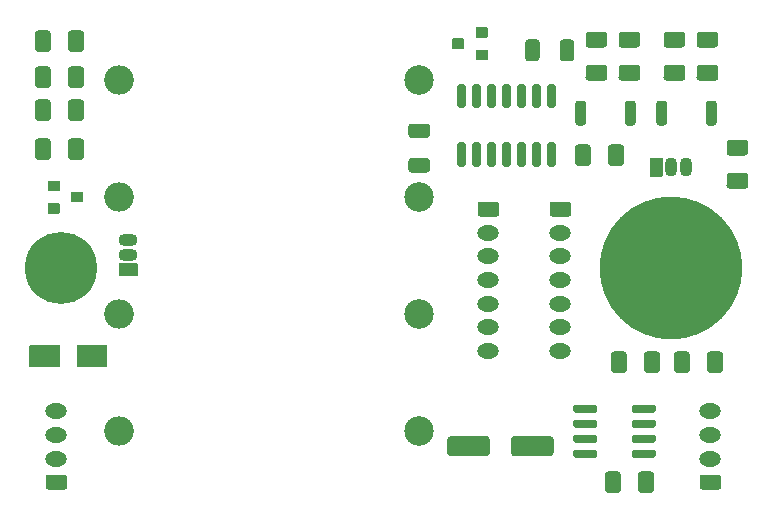
<source format=gbr>
%TF.GenerationSoftware,KiCad,Pcbnew,(5.1.9)-1*%
%TF.CreationDate,2021-03-01T17:33:48+01:00*%
%TF.ProjectId,mod_cell_0_02,6d6f645f-6365-46c6-9c5f-305f30322e6b,0.02*%
%TF.SameCoordinates,Original*%
%TF.FileFunction,Soldermask,Top*%
%TF.FilePolarity,Negative*%
%FSLAX46Y46*%
G04 Gerber Fmt 4.6, Leading zero omitted, Abs format (unit mm)*
G04 Created by KiCad (PCBNEW (5.1.9)-1) date 2021-03-01 17:33:48*
%MOMM*%
%LPD*%
G01*
G04 APERTURE LIST*
%ADD10C,2.500000*%
%ADD11O,2.500000X2.500000*%
%ADD12C,0.900000*%
%ADD13C,12.100000*%
%ADD14C,6.100000*%
%ADD15O,1.850000X1.300000*%
%ADD16O,1.100000X1.600000*%
%ADD17O,1.600000X1.100000*%
G04 APERTURE END LIST*
D10*
%TO.C,R12*%
X152146000Y-102100380D03*
D11*
X126746000Y-102100380D03*
%TD*%
%TO.C,R6*%
G36*
G01*
X162320000Y-79117221D02*
X162320000Y-80422779D01*
G75*
G02*
X162047779Y-80695000I-272221J0D01*
G01*
X161367221Y-80695000D01*
G75*
G02*
X161095000Y-80422779I0J272221D01*
G01*
X161095000Y-79117221D01*
G75*
G02*
X161367221Y-78845000I272221J0D01*
G01*
X162047779Y-78845000D01*
G75*
G02*
X162320000Y-79117221I0J-272221D01*
G01*
G37*
G36*
G01*
X165245000Y-79117221D02*
X165245000Y-80422779D01*
G75*
G02*
X164972779Y-80695000I-272221J0D01*
G01*
X164292221Y-80695000D01*
G75*
G02*
X164020000Y-80422779I0J272221D01*
G01*
X164020000Y-79117221D01*
G75*
G02*
X164292221Y-78845000I272221J0D01*
G01*
X164972779Y-78845000D01*
G75*
G02*
X165245000Y-79117221I0J-272221D01*
G01*
G37*
%TD*%
%TO.C,R5*%
G36*
G01*
X152782779Y-87190000D02*
X151477221Y-87190000D01*
G75*
G02*
X151205000Y-86917779I0J272221D01*
G01*
X151205000Y-86237221D01*
G75*
G02*
X151477221Y-85965000I272221J0D01*
G01*
X152782779Y-85965000D01*
G75*
G02*
X153055000Y-86237221I0J-272221D01*
G01*
X153055000Y-86917779D01*
G75*
G02*
X152782779Y-87190000I-272221J0D01*
G01*
G37*
G36*
G01*
X152782779Y-90115000D02*
X151477221Y-90115000D01*
G75*
G02*
X151205000Y-89842779I0J272221D01*
G01*
X151205000Y-89162221D01*
G75*
G02*
X151477221Y-88890000I272221J0D01*
G01*
X152782779Y-88890000D01*
G75*
G02*
X153055000Y-89162221I0J-272221D01*
G01*
X153055000Y-89842779D01*
G75*
G02*
X152782779Y-90115000I-272221J0D01*
G01*
G37*
%TD*%
%TO.C,Q2*%
G36*
G01*
X155920000Y-78810000D02*
X155920000Y-79610000D01*
G75*
G02*
X155870000Y-79660000I-50000J0D01*
G01*
X154970000Y-79660000D01*
G75*
G02*
X154920000Y-79610000I0J50000D01*
G01*
X154920000Y-78810000D01*
G75*
G02*
X154970000Y-78760000I50000J0D01*
G01*
X155870000Y-78760000D01*
G75*
G02*
X155920000Y-78810000I0J-50000D01*
G01*
G37*
G36*
G01*
X157920000Y-77860000D02*
X157920000Y-78660000D01*
G75*
G02*
X157870000Y-78710000I-50000J0D01*
G01*
X156970000Y-78710000D01*
G75*
G02*
X156920000Y-78660000I0J50000D01*
G01*
X156920000Y-77860000D01*
G75*
G02*
X156970000Y-77810000I50000J0D01*
G01*
X157870000Y-77810000D01*
G75*
G02*
X157920000Y-77860000I0J-50000D01*
G01*
G37*
G36*
G01*
X157920000Y-79760000D02*
X157920000Y-80560000D01*
G75*
G02*
X157870000Y-80610000I-50000J0D01*
G01*
X156970000Y-80610000D01*
G75*
G02*
X156920000Y-80560000I0J50000D01*
G01*
X156920000Y-79760000D01*
G75*
G02*
X156970000Y-79710000I50000J0D01*
G01*
X157870000Y-79710000D01*
G75*
G02*
X157920000Y-79760000I0J-50000D01*
G01*
G37*
%TD*%
%TO.C,Q1*%
G36*
G01*
X122674000Y-92602000D02*
X122674000Y-91802000D01*
G75*
G02*
X122724000Y-91752000I50000J0D01*
G01*
X123624000Y-91752000D01*
G75*
G02*
X123674000Y-91802000I0J-50000D01*
G01*
X123674000Y-92602000D01*
G75*
G02*
X123624000Y-92652000I-50000J0D01*
G01*
X122724000Y-92652000D01*
G75*
G02*
X122674000Y-92602000I0J50000D01*
G01*
G37*
G36*
G01*
X120674000Y-93552000D02*
X120674000Y-92752000D01*
G75*
G02*
X120724000Y-92702000I50000J0D01*
G01*
X121624000Y-92702000D01*
G75*
G02*
X121674000Y-92752000I0J-50000D01*
G01*
X121674000Y-93552000D01*
G75*
G02*
X121624000Y-93602000I-50000J0D01*
G01*
X120724000Y-93602000D01*
G75*
G02*
X120674000Y-93552000I0J50000D01*
G01*
G37*
G36*
G01*
X120674000Y-91652000D02*
X120674000Y-90852000D01*
G75*
G02*
X120724000Y-90802000I50000J0D01*
G01*
X121624000Y-90802000D01*
G75*
G02*
X121674000Y-90852000I0J-50000D01*
G01*
X121674000Y-91652000D01*
G75*
G02*
X121624000Y-91702000I-50000J0D01*
G01*
X120724000Y-91702000D01*
G75*
G02*
X120674000Y-91652000I0J50000D01*
G01*
G37*
%TD*%
D12*
%TO.C,J3*%
X176482000Y-95450000D03*
X170232000Y-95450000D03*
X170232000Y-100700000D03*
X177232000Y-94700000D03*
X169482000Y-101450000D03*
X169482000Y-94700000D03*
X177232000Y-101450000D03*
X176482000Y-100700000D03*
X169482000Y-98200000D03*
X173482000Y-93200000D03*
X173482000Y-94200000D03*
X173482000Y-103200000D03*
X173482000Y-102200000D03*
X178482000Y-98200000D03*
X177482000Y-98200000D03*
X168482000Y-98200000D03*
D13*
X173482000Y-98200000D03*
%TD*%
D14*
%TO.C,J6*%
X121787920Y-98200000D03*
%TD*%
%TO.C,C2*%
G36*
G01*
X154504000Y-113868375D02*
X154504000Y-112699625D01*
G75*
G02*
X154769625Y-112434000I265625J0D01*
G01*
X157838375Y-112434000D01*
G75*
G02*
X158104000Y-112699625I0J-265625D01*
G01*
X158104000Y-113868375D01*
G75*
G02*
X157838375Y-114134000I-265625J0D01*
G01*
X154769625Y-114134000D01*
G75*
G02*
X154504000Y-113868375I0J265625D01*
G01*
G37*
G36*
G01*
X159904000Y-113868375D02*
X159904000Y-112699625D01*
G75*
G02*
X160169625Y-112434000I265625J0D01*
G01*
X163238375Y-112434000D01*
G75*
G02*
X163504000Y-112699625I0J-265625D01*
G01*
X163504000Y-113868375D01*
G75*
G02*
X163238375Y-114134000I-265625J0D01*
G01*
X160169625Y-114134000D01*
G75*
G02*
X159904000Y-113868375I0J265625D01*
G01*
G37*
%TD*%
%TO.C,J5*%
G36*
G01*
X157333832Y-92568000D02*
X158642168Y-92568000D01*
G75*
G02*
X158913000Y-92838832I0J-270832D01*
G01*
X158913000Y-93597168D01*
G75*
G02*
X158642168Y-93868000I-270832J0D01*
G01*
X157333832Y-93868000D01*
G75*
G02*
X157063000Y-93597168I0J270832D01*
G01*
X157063000Y-92838832D01*
G75*
G02*
X157333832Y-92568000I270832J0D01*
G01*
G37*
D15*
X157988000Y-95218000D03*
X157988000Y-97218000D03*
X157988000Y-99218000D03*
X157988000Y-101218000D03*
X157988000Y-103218000D03*
X157988000Y-105218000D03*
%TD*%
%TO.C,J2*%
X176784000Y-110332000D03*
X176784000Y-112332000D03*
X176784000Y-114332000D03*
G36*
G01*
X177438168Y-116982000D02*
X176129832Y-116982000D01*
G75*
G02*
X175859000Y-116711168I0J270832D01*
G01*
X175859000Y-115952832D01*
G75*
G02*
X176129832Y-115682000I270832J0D01*
G01*
X177438168Y-115682000D01*
G75*
G02*
X177709000Y-115952832I0J-270832D01*
G01*
X177709000Y-116711168D01*
G75*
G02*
X177438168Y-116982000I-270832J0D01*
G01*
G37*
%TD*%
%TO.C,J1*%
X121412000Y-110332000D03*
X121412000Y-112332000D03*
X121412000Y-114332000D03*
G36*
G01*
X122066168Y-116982000D02*
X120757832Y-116982000D01*
G75*
G02*
X120487000Y-116711168I0J270832D01*
G01*
X120487000Y-115952832D01*
G75*
G02*
X120757832Y-115682000I270832J0D01*
G01*
X122066168Y-115682000D01*
G75*
G02*
X122337000Y-115952832I0J-270832D01*
G01*
X122337000Y-116711168D01*
G75*
G02*
X122066168Y-116982000I-270832J0D01*
G01*
G37*
%TD*%
%TO.C,C1*%
G36*
G01*
X167851000Y-116987000D02*
X167851000Y-115677000D01*
G75*
G02*
X168121000Y-115407000I270000J0D01*
G01*
X168931000Y-115407000D01*
G75*
G02*
X169201000Y-115677000I0J-270000D01*
G01*
X169201000Y-116987000D01*
G75*
G02*
X168931000Y-117257000I-270000J0D01*
G01*
X168121000Y-117257000D01*
G75*
G02*
X167851000Y-116987000I0J270000D01*
G01*
G37*
G36*
G01*
X170651000Y-116987000D02*
X170651000Y-115677000D01*
G75*
G02*
X170921000Y-115407000I270000J0D01*
G01*
X171731000Y-115407000D01*
G75*
G02*
X172001000Y-115677000I0J-270000D01*
G01*
X172001000Y-116987000D01*
G75*
G02*
X171731000Y-117257000I-270000J0D01*
G01*
X170921000Y-117257000D01*
G75*
G02*
X170651000Y-116987000I0J270000D01*
G01*
G37*
%TD*%
%TO.C,C3*%
G36*
G01*
X168111000Y-89301000D02*
X168111000Y-87991000D01*
G75*
G02*
X168381000Y-87721000I270000J0D01*
G01*
X169191000Y-87721000D01*
G75*
G02*
X169461000Y-87991000I0J-270000D01*
G01*
X169461000Y-89301000D01*
G75*
G02*
X169191000Y-89571000I-270000J0D01*
G01*
X168381000Y-89571000D01*
G75*
G02*
X168111000Y-89301000I0J270000D01*
G01*
G37*
G36*
G01*
X165311000Y-89301000D02*
X165311000Y-87991000D01*
G75*
G02*
X165581000Y-87721000I270000J0D01*
G01*
X166391000Y-87721000D01*
G75*
G02*
X166661000Y-87991000I0J-270000D01*
G01*
X166661000Y-89301000D01*
G75*
G02*
X166391000Y-89571000I-270000J0D01*
G01*
X165581000Y-89571000D01*
G75*
G02*
X165311000Y-89301000I0J270000D01*
G01*
G37*
%TD*%
%TO.C,D1*%
G36*
G01*
X170581000Y-82339000D02*
X169271000Y-82339000D01*
G75*
G02*
X169001000Y-82069000I0J270000D01*
G01*
X169001000Y-81259000D01*
G75*
G02*
X169271000Y-80989000I270000J0D01*
G01*
X170581000Y-80989000D01*
G75*
G02*
X170851000Y-81259000I0J-270000D01*
G01*
X170851000Y-82069000D01*
G75*
G02*
X170581000Y-82339000I-270000J0D01*
G01*
G37*
G36*
G01*
X170581000Y-79539000D02*
X169271000Y-79539000D01*
G75*
G02*
X169001000Y-79269000I0J270000D01*
G01*
X169001000Y-78459000D01*
G75*
G02*
X169271000Y-78189000I270000J0D01*
G01*
X170581000Y-78189000D01*
G75*
G02*
X170851000Y-78459000I0J-270000D01*
G01*
X170851000Y-79269000D01*
G75*
G02*
X170581000Y-79539000I-270000J0D01*
G01*
G37*
%TD*%
%TO.C,D2*%
G36*
G01*
X177185000Y-79539000D02*
X175875000Y-79539000D01*
G75*
G02*
X175605000Y-79269000I0J270000D01*
G01*
X175605000Y-78459000D01*
G75*
G02*
X175875000Y-78189000I270000J0D01*
G01*
X177185000Y-78189000D01*
G75*
G02*
X177455000Y-78459000I0J-270000D01*
G01*
X177455000Y-79269000D01*
G75*
G02*
X177185000Y-79539000I-270000J0D01*
G01*
G37*
G36*
G01*
X177185000Y-82339000D02*
X175875000Y-82339000D01*
G75*
G02*
X175605000Y-82069000I0J270000D01*
G01*
X175605000Y-81259000D01*
G75*
G02*
X175875000Y-80989000I270000J0D01*
G01*
X177185000Y-80989000D01*
G75*
G02*
X177455000Y-81259000I0J-270000D01*
G01*
X177455000Y-82069000D01*
G75*
G02*
X177185000Y-82339000I-270000J0D01*
G01*
G37*
%TD*%
%TO.C,D3*%
G36*
G01*
X123741000Y-81387000D02*
X123741000Y-82697000D01*
G75*
G02*
X123471000Y-82967000I-270000J0D01*
G01*
X122661000Y-82967000D01*
G75*
G02*
X122391000Y-82697000I0J270000D01*
G01*
X122391000Y-81387000D01*
G75*
G02*
X122661000Y-81117000I270000J0D01*
G01*
X123471000Y-81117000D01*
G75*
G02*
X123741000Y-81387000I0J-270000D01*
G01*
G37*
G36*
G01*
X120941000Y-81387000D02*
X120941000Y-82697000D01*
G75*
G02*
X120671000Y-82967000I-270000J0D01*
G01*
X119861000Y-82967000D01*
G75*
G02*
X119591000Y-82697000I0J270000D01*
G01*
X119591000Y-81387000D01*
G75*
G02*
X119861000Y-81117000I270000J0D01*
G01*
X120671000Y-81117000D01*
G75*
G02*
X120941000Y-81387000I0J-270000D01*
G01*
G37*
%TD*%
%TO.C,D4*%
G36*
G01*
X119128000Y-106564000D02*
X119128000Y-104764000D01*
G75*
G02*
X119178000Y-104714000I50000J0D01*
G01*
X121678000Y-104714000D01*
G75*
G02*
X121728000Y-104764000I0J-50000D01*
G01*
X121728000Y-106564000D01*
G75*
G02*
X121678000Y-106614000I-50000J0D01*
G01*
X119178000Y-106614000D01*
G75*
G02*
X119128000Y-106564000I0J50000D01*
G01*
G37*
G36*
G01*
X123128000Y-106564000D02*
X123128000Y-104764000D01*
G75*
G02*
X123178000Y-104714000I50000J0D01*
G01*
X125678000Y-104714000D01*
G75*
G02*
X125728000Y-104764000I0J-50000D01*
G01*
X125728000Y-106564000D01*
G75*
G02*
X125678000Y-106614000I-50000J0D01*
G01*
X123178000Y-106614000D01*
G75*
G02*
X123128000Y-106564000I0J50000D01*
G01*
G37*
%TD*%
%TO.C,F1*%
G36*
G01*
X179725000Y-91483000D02*
X178415000Y-91483000D01*
G75*
G02*
X178145000Y-91213000I0J270000D01*
G01*
X178145000Y-90403000D01*
G75*
G02*
X178415000Y-90133000I270000J0D01*
G01*
X179725000Y-90133000D01*
G75*
G02*
X179995000Y-90403000I0J-270000D01*
G01*
X179995000Y-91213000D01*
G75*
G02*
X179725000Y-91483000I-270000J0D01*
G01*
G37*
G36*
G01*
X179725000Y-88683000D02*
X178415000Y-88683000D01*
G75*
G02*
X178145000Y-88413000I0J270000D01*
G01*
X178145000Y-87603000D01*
G75*
G02*
X178415000Y-87333000I270000J0D01*
G01*
X179725000Y-87333000D01*
G75*
G02*
X179995000Y-87603000I0J-270000D01*
G01*
X179995000Y-88413000D01*
G75*
G02*
X179725000Y-88683000I-270000J0D01*
G01*
G37*
%TD*%
%TO.C,IC1*%
G36*
G01*
X165156000Y-110284000D02*
X165156000Y-109934000D01*
G75*
G02*
X165331000Y-109759000I175000J0D01*
G01*
X167031000Y-109759000D01*
G75*
G02*
X167206000Y-109934000I0J-175000D01*
G01*
X167206000Y-110284000D01*
G75*
G02*
X167031000Y-110459000I-175000J0D01*
G01*
X165331000Y-110459000D01*
G75*
G02*
X165156000Y-110284000I0J175000D01*
G01*
G37*
G36*
G01*
X165156000Y-111554000D02*
X165156000Y-111204000D01*
G75*
G02*
X165331000Y-111029000I175000J0D01*
G01*
X167031000Y-111029000D01*
G75*
G02*
X167206000Y-111204000I0J-175000D01*
G01*
X167206000Y-111554000D01*
G75*
G02*
X167031000Y-111729000I-175000J0D01*
G01*
X165331000Y-111729000D01*
G75*
G02*
X165156000Y-111554000I0J175000D01*
G01*
G37*
G36*
G01*
X165156000Y-112824000D02*
X165156000Y-112474000D01*
G75*
G02*
X165331000Y-112299000I175000J0D01*
G01*
X167031000Y-112299000D01*
G75*
G02*
X167206000Y-112474000I0J-175000D01*
G01*
X167206000Y-112824000D01*
G75*
G02*
X167031000Y-112999000I-175000J0D01*
G01*
X165331000Y-112999000D01*
G75*
G02*
X165156000Y-112824000I0J175000D01*
G01*
G37*
G36*
G01*
X165156000Y-114094000D02*
X165156000Y-113744000D01*
G75*
G02*
X165331000Y-113569000I175000J0D01*
G01*
X167031000Y-113569000D01*
G75*
G02*
X167206000Y-113744000I0J-175000D01*
G01*
X167206000Y-114094000D01*
G75*
G02*
X167031000Y-114269000I-175000J0D01*
G01*
X165331000Y-114269000D01*
G75*
G02*
X165156000Y-114094000I0J175000D01*
G01*
G37*
G36*
G01*
X170106000Y-114094000D02*
X170106000Y-113744000D01*
G75*
G02*
X170281000Y-113569000I175000J0D01*
G01*
X171981000Y-113569000D01*
G75*
G02*
X172156000Y-113744000I0J-175000D01*
G01*
X172156000Y-114094000D01*
G75*
G02*
X171981000Y-114269000I-175000J0D01*
G01*
X170281000Y-114269000D01*
G75*
G02*
X170106000Y-114094000I0J175000D01*
G01*
G37*
G36*
G01*
X170106000Y-112824000D02*
X170106000Y-112474000D01*
G75*
G02*
X170281000Y-112299000I175000J0D01*
G01*
X171981000Y-112299000D01*
G75*
G02*
X172156000Y-112474000I0J-175000D01*
G01*
X172156000Y-112824000D01*
G75*
G02*
X171981000Y-112999000I-175000J0D01*
G01*
X170281000Y-112999000D01*
G75*
G02*
X170106000Y-112824000I0J175000D01*
G01*
G37*
G36*
G01*
X170106000Y-111554000D02*
X170106000Y-111204000D01*
G75*
G02*
X170281000Y-111029000I175000J0D01*
G01*
X171981000Y-111029000D01*
G75*
G02*
X172156000Y-111204000I0J-175000D01*
G01*
X172156000Y-111554000D01*
G75*
G02*
X171981000Y-111729000I-175000J0D01*
G01*
X170281000Y-111729000D01*
G75*
G02*
X170106000Y-111554000I0J175000D01*
G01*
G37*
G36*
G01*
X170106000Y-110284000D02*
X170106000Y-109934000D01*
G75*
G02*
X170281000Y-109759000I175000J0D01*
G01*
X171981000Y-109759000D01*
G75*
G02*
X172156000Y-109934000I0J-175000D01*
G01*
X172156000Y-110284000D01*
G75*
G02*
X171981000Y-110459000I-175000J0D01*
G01*
X170281000Y-110459000D01*
G75*
G02*
X170106000Y-110284000I0J175000D01*
G01*
G37*
%TD*%
%TO.C,J4*%
X164084000Y-105218000D03*
X164084000Y-103218000D03*
X164084000Y-101218000D03*
X164084000Y-99218000D03*
X164084000Y-97218000D03*
X164084000Y-95218000D03*
G36*
G01*
X163429832Y-92568000D02*
X164738168Y-92568000D01*
G75*
G02*
X165009000Y-92838832I0J-270832D01*
G01*
X165009000Y-93597168D01*
G75*
G02*
X164738168Y-93868000I-270832J0D01*
G01*
X163429832Y-93868000D01*
G75*
G02*
X163159000Y-93597168I0J270832D01*
G01*
X163159000Y-92838832D01*
G75*
G02*
X163429832Y-92568000I270832J0D01*
G01*
G37*
%TD*%
%TO.C,R1*%
G36*
G01*
X169709000Y-105517000D02*
X169709000Y-106827000D01*
G75*
G02*
X169439000Y-107097000I-270000J0D01*
G01*
X168629000Y-107097000D01*
G75*
G02*
X168359000Y-106827000I0J270000D01*
G01*
X168359000Y-105517000D01*
G75*
G02*
X168629000Y-105247000I270000J0D01*
G01*
X169439000Y-105247000D01*
G75*
G02*
X169709000Y-105517000I0J-270000D01*
G01*
G37*
G36*
G01*
X172509000Y-105517000D02*
X172509000Y-106827000D01*
G75*
G02*
X172239000Y-107097000I-270000J0D01*
G01*
X171429000Y-107097000D01*
G75*
G02*
X171159000Y-106827000I0J270000D01*
G01*
X171159000Y-105517000D01*
G75*
G02*
X171429000Y-105247000I270000J0D01*
G01*
X172239000Y-105247000D01*
G75*
G02*
X172509000Y-105517000I0J-270000D01*
G01*
G37*
%TD*%
%TO.C,R2*%
G36*
G01*
X173693000Y-106827000D02*
X173693000Y-105517000D01*
G75*
G02*
X173963000Y-105247000I270000J0D01*
G01*
X174773000Y-105247000D01*
G75*
G02*
X175043000Y-105517000I0J-270000D01*
G01*
X175043000Y-106827000D01*
G75*
G02*
X174773000Y-107097000I-270000J0D01*
G01*
X173963000Y-107097000D01*
G75*
G02*
X173693000Y-106827000I0J270000D01*
G01*
G37*
G36*
G01*
X176493000Y-106827000D02*
X176493000Y-105517000D01*
G75*
G02*
X176763000Y-105247000I270000J0D01*
G01*
X177573000Y-105247000D01*
G75*
G02*
X177843000Y-105517000I0J-270000D01*
G01*
X177843000Y-106827000D01*
G75*
G02*
X177573000Y-107097000I-270000J0D01*
G01*
X176763000Y-107097000D01*
G75*
G02*
X176493000Y-106827000I0J270000D01*
G01*
G37*
%TD*%
%TO.C,R3*%
G36*
G01*
X167787000Y-82339000D02*
X166477000Y-82339000D01*
G75*
G02*
X166207000Y-82069000I0J270000D01*
G01*
X166207000Y-81259000D01*
G75*
G02*
X166477000Y-80989000I270000J0D01*
G01*
X167787000Y-80989000D01*
G75*
G02*
X168057000Y-81259000I0J-270000D01*
G01*
X168057000Y-82069000D01*
G75*
G02*
X167787000Y-82339000I-270000J0D01*
G01*
G37*
G36*
G01*
X167787000Y-79539000D02*
X166477000Y-79539000D01*
G75*
G02*
X166207000Y-79269000I0J270000D01*
G01*
X166207000Y-78459000D01*
G75*
G02*
X166477000Y-78189000I270000J0D01*
G01*
X167787000Y-78189000D01*
G75*
G02*
X168057000Y-78459000I0J-270000D01*
G01*
X168057000Y-79269000D01*
G75*
G02*
X167787000Y-79539000I-270000J0D01*
G01*
G37*
%TD*%
%TO.C,R4*%
G36*
G01*
X174391000Y-79539000D02*
X173081000Y-79539000D01*
G75*
G02*
X172811000Y-79269000I0J270000D01*
G01*
X172811000Y-78459000D01*
G75*
G02*
X173081000Y-78189000I270000J0D01*
G01*
X174391000Y-78189000D01*
G75*
G02*
X174661000Y-78459000I0J-270000D01*
G01*
X174661000Y-79269000D01*
G75*
G02*
X174391000Y-79539000I-270000J0D01*
G01*
G37*
G36*
G01*
X174391000Y-82339000D02*
X173081000Y-82339000D01*
G75*
G02*
X172811000Y-82069000I0J270000D01*
G01*
X172811000Y-81259000D01*
G75*
G02*
X173081000Y-80989000I270000J0D01*
G01*
X174391000Y-80989000D01*
G75*
G02*
X174661000Y-81259000I0J-270000D01*
G01*
X174661000Y-82069000D01*
G75*
G02*
X174391000Y-82339000I-270000J0D01*
G01*
G37*
%TD*%
%TO.C,R7*%
G36*
G01*
X123741000Y-78339000D02*
X123741000Y-79649000D01*
G75*
G02*
X123471000Y-79919000I-270000J0D01*
G01*
X122661000Y-79919000D01*
G75*
G02*
X122391000Y-79649000I0J270000D01*
G01*
X122391000Y-78339000D01*
G75*
G02*
X122661000Y-78069000I270000J0D01*
G01*
X123471000Y-78069000D01*
G75*
G02*
X123741000Y-78339000I0J-270000D01*
G01*
G37*
G36*
G01*
X120941000Y-78339000D02*
X120941000Y-79649000D01*
G75*
G02*
X120671000Y-79919000I-270000J0D01*
G01*
X119861000Y-79919000D01*
G75*
G02*
X119591000Y-79649000I0J270000D01*
G01*
X119591000Y-78339000D01*
G75*
G02*
X119861000Y-78069000I270000J0D01*
G01*
X120671000Y-78069000D01*
G75*
G02*
X120941000Y-78339000I0J-270000D01*
G01*
G37*
%TD*%
%TO.C,R8*%
G36*
G01*
X119591000Y-85491000D02*
X119591000Y-84181000D01*
G75*
G02*
X119861000Y-83911000I270000J0D01*
G01*
X120671000Y-83911000D01*
G75*
G02*
X120941000Y-84181000I0J-270000D01*
G01*
X120941000Y-85491000D01*
G75*
G02*
X120671000Y-85761000I-270000J0D01*
G01*
X119861000Y-85761000D01*
G75*
G02*
X119591000Y-85491000I0J270000D01*
G01*
G37*
G36*
G01*
X122391000Y-85491000D02*
X122391000Y-84181000D01*
G75*
G02*
X122661000Y-83911000I270000J0D01*
G01*
X123471000Y-83911000D01*
G75*
G02*
X123741000Y-84181000I0J-270000D01*
G01*
X123741000Y-85491000D01*
G75*
G02*
X123471000Y-85761000I-270000J0D01*
G01*
X122661000Y-85761000D01*
G75*
G02*
X122391000Y-85491000I0J270000D01*
G01*
G37*
%TD*%
%TO.C,R9*%
G36*
G01*
X120941000Y-87483000D02*
X120941000Y-88793000D01*
G75*
G02*
X120671000Y-89063000I-270000J0D01*
G01*
X119861000Y-89063000D01*
G75*
G02*
X119591000Y-88793000I0J270000D01*
G01*
X119591000Y-87483000D01*
G75*
G02*
X119861000Y-87213000I270000J0D01*
G01*
X120671000Y-87213000D01*
G75*
G02*
X120941000Y-87483000I0J-270000D01*
G01*
G37*
G36*
G01*
X123741000Y-87483000D02*
X123741000Y-88793000D01*
G75*
G02*
X123471000Y-89063000I-270000J0D01*
G01*
X122661000Y-89063000D01*
G75*
G02*
X122391000Y-88793000I0J270000D01*
G01*
X122391000Y-87483000D01*
G75*
G02*
X122661000Y-87213000I270000J0D01*
G01*
X123471000Y-87213000D01*
G75*
G02*
X123741000Y-87483000I0J-270000D01*
G01*
G37*
%TD*%
D11*
%TO.C,R10*%
X126746000Y-82296000D03*
D10*
X152146000Y-82296000D03*
%TD*%
%TO.C,R11*%
X152146000Y-92202000D03*
D11*
X126746000Y-92202000D03*
%TD*%
%TO.C,R13*%
X126746000Y-112014000D03*
D10*
X152146000Y-112014000D03*
%TD*%
%TO.C,SW1*%
G36*
G01*
X170444000Y-84265000D02*
X170444000Y-85915000D01*
G75*
G02*
X170219000Y-86140000I-225000J0D01*
G01*
X169769000Y-86140000D01*
G75*
G02*
X169544000Y-85915000I0J225000D01*
G01*
X169544000Y-84265000D01*
G75*
G02*
X169769000Y-84040000I225000J0D01*
G01*
X170219000Y-84040000D01*
G75*
G02*
X170444000Y-84265000I0J-225000D01*
G01*
G37*
G36*
G01*
X166244000Y-84265000D02*
X166244000Y-85915000D01*
G75*
G02*
X166019000Y-86140000I-225000J0D01*
G01*
X165569000Y-86140000D01*
G75*
G02*
X165344000Y-85915000I0J225000D01*
G01*
X165344000Y-84265000D01*
G75*
G02*
X165569000Y-84040000I225000J0D01*
G01*
X166019000Y-84040000D01*
G75*
G02*
X166244000Y-84265000I0J-225000D01*
G01*
G37*
%TD*%
%TO.C,SW2*%
G36*
G01*
X176402000Y-85915000D02*
X176402000Y-84265000D01*
G75*
G02*
X176627000Y-84040000I225000J0D01*
G01*
X177077000Y-84040000D01*
G75*
G02*
X177302000Y-84265000I0J-225000D01*
G01*
X177302000Y-85915000D01*
G75*
G02*
X177077000Y-86140000I-225000J0D01*
G01*
X176627000Y-86140000D01*
G75*
G02*
X176402000Y-85915000I0J225000D01*
G01*
G37*
G36*
G01*
X172202000Y-85915000D02*
X172202000Y-84265000D01*
G75*
G02*
X172427000Y-84040000I225000J0D01*
G01*
X172877000Y-84040000D01*
G75*
G02*
X173102000Y-84265000I0J-225000D01*
G01*
X173102000Y-85915000D01*
G75*
G02*
X172877000Y-86140000I-225000J0D01*
G01*
X172427000Y-86140000D01*
G75*
G02*
X172202000Y-85915000I0J225000D01*
G01*
G37*
%TD*%
D16*
%TO.C,U1*%
X173482000Y-89662000D03*
X174752000Y-89662000D03*
G36*
G01*
X172762000Y-88912000D02*
X172762000Y-90412000D01*
G75*
G02*
X172712000Y-90462000I-50000J0D01*
G01*
X171712000Y-90462000D01*
G75*
G02*
X171662000Y-90412000I0J50000D01*
G01*
X171662000Y-88912000D01*
G75*
G02*
X171712000Y-88862000I50000J0D01*
G01*
X172712000Y-88862000D01*
G75*
G02*
X172762000Y-88912000I0J-50000D01*
G01*
G37*
%TD*%
%TO.C,U2*%
G36*
G01*
X126740220Y-97796260D02*
X128240220Y-97796260D01*
G75*
G02*
X128290220Y-97846260I0J-50000D01*
G01*
X128290220Y-98846260D01*
G75*
G02*
X128240220Y-98896260I-50000J0D01*
G01*
X126740220Y-98896260D01*
G75*
G02*
X126690220Y-98846260I0J50000D01*
G01*
X126690220Y-97846260D01*
G75*
G02*
X126740220Y-97796260I50000J0D01*
G01*
G37*
D17*
X127490220Y-95806260D03*
X127490220Y-97076260D03*
%TD*%
%TO.C,U3*%
G36*
G01*
X163147000Y-82606000D02*
X163497000Y-82606000D01*
G75*
G02*
X163672000Y-82781000I0J-175000D01*
G01*
X163672000Y-84481000D01*
G75*
G02*
X163497000Y-84656000I-175000J0D01*
G01*
X163147000Y-84656000D01*
G75*
G02*
X162972000Y-84481000I0J175000D01*
G01*
X162972000Y-82781000D01*
G75*
G02*
X163147000Y-82606000I175000J0D01*
G01*
G37*
G36*
G01*
X161877000Y-82606000D02*
X162227000Y-82606000D01*
G75*
G02*
X162402000Y-82781000I0J-175000D01*
G01*
X162402000Y-84481000D01*
G75*
G02*
X162227000Y-84656000I-175000J0D01*
G01*
X161877000Y-84656000D01*
G75*
G02*
X161702000Y-84481000I0J175000D01*
G01*
X161702000Y-82781000D01*
G75*
G02*
X161877000Y-82606000I175000J0D01*
G01*
G37*
G36*
G01*
X160607000Y-82606000D02*
X160957000Y-82606000D01*
G75*
G02*
X161132000Y-82781000I0J-175000D01*
G01*
X161132000Y-84481000D01*
G75*
G02*
X160957000Y-84656000I-175000J0D01*
G01*
X160607000Y-84656000D01*
G75*
G02*
X160432000Y-84481000I0J175000D01*
G01*
X160432000Y-82781000D01*
G75*
G02*
X160607000Y-82606000I175000J0D01*
G01*
G37*
G36*
G01*
X159337000Y-82606000D02*
X159687000Y-82606000D01*
G75*
G02*
X159862000Y-82781000I0J-175000D01*
G01*
X159862000Y-84481000D01*
G75*
G02*
X159687000Y-84656000I-175000J0D01*
G01*
X159337000Y-84656000D01*
G75*
G02*
X159162000Y-84481000I0J175000D01*
G01*
X159162000Y-82781000D01*
G75*
G02*
X159337000Y-82606000I175000J0D01*
G01*
G37*
G36*
G01*
X158067000Y-82606000D02*
X158417000Y-82606000D01*
G75*
G02*
X158592000Y-82781000I0J-175000D01*
G01*
X158592000Y-84481000D01*
G75*
G02*
X158417000Y-84656000I-175000J0D01*
G01*
X158067000Y-84656000D01*
G75*
G02*
X157892000Y-84481000I0J175000D01*
G01*
X157892000Y-82781000D01*
G75*
G02*
X158067000Y-82606000I175000J0D01*
G01*
G37*
G36*
G01*
X156797000Y-82606000D02*
X157147000Y-82606000D01*
G75*
G02*
X157322000Y-82781000I0J-175000D01*
G01*
X157322000Y-84481000D01*
G75*
G02*
X157147000Y-84656000I-175000J0D01*
G01*
X156797000Y-84656000D01*
G75*
G02*
X156622000Y-84481000I0J175000D01*
G01*
X156622000Y-82781000D01*
G75*
G02*
X156797000Y-82606000I175000J0D01*
G01*
G37*
G36*
G01*
X155527000Y-82606000D02*
X155877000Y-82606000D01*
G75*
G02*
X156052000Y-82781000I0J-175000D01*
G01*
X156052000Y-84481000D01*
G75*
G02*
X155877000Y-84656000I-175000J0D01*
G01*
X155527000Y-84656000D01*
G75*
G02*
X155352000Y-84481000I0J175000D01*
G01*
X155352000Y-82781000D01*
G75*
G02*
X155527000Y-82606000I175000J0D01*
G01*
G37*
G36*
G01*
X155527000Y-87556000D02*
X155877000Y-87556000D01*
G75*
G02*
X156052000Y-87731000I0J-175000D01*
G01*
X156052000Y-89431000D01*
G75*
G02*
X155877000Y-89606000I-175000J0D01*
G01*
X155527000Y-89606000D01*
G75*
G02*
X155352000Y-89431000I0J175000D01*
G01*
X155352000Y-87731000D01*
G75*
G02*
X155527000Y-87556000I175000J0D01*
G01*
G37*
G36*
G01*
X156797000Y-87556000D02*
X157147000Y-87556000D01*
G75*
G02*
X157322000Y-87731000I0J-175000D01*
G01*
X157322000Y-89431000D01*
G75*
G02*
X157147000Y-89606000I-175000J0D01*
G01*
X156797000Y-89606000D01*
G75*
G02*
X156622000Y-89431000I0J175000D01*
G01*
X156622000Y-87731000D01*
G75*
G02*
X156797000Y-87556000I175000J0D01*
G01*
G37*
G36*
G01*
X158067000Y-87556000D02*
X158417000Y-87556000D01*
G75*
G02*
X158592000Y-87731000I0J-175000D01*
G01*
X158592000Y-89431000D01*
G75*
G02*
X158417000Y-89606000I-175000J0D01*
G01*
X158067000Y-89606000D01*
G75*
G02*
X157892000Y-89431000I0J175000D01*
G01*
X157892000Y-87731000D01*
G75*
G02*
X158067000Y-87556000I175000J0D01*
G01*
G37*
G36*
G01*
X159337000Y-87556000D02*
X159687000Y-87556000D01*
G75*
G02*
X159862000Y-87731000I0J-175000D01*
G01*
X159862000Y-89431000D01*
G75*
G02*
X159687000Y-89606000I-175000J0D01*
G01*
X159337000Y-89606000D01*
G75*
G02*
X159162000Y-89431000I0J175000D01*
G01*
X159162000Y-87731000D01*
G75*
G02*
X159337000Y-87556000I175000J0D01*
G01*
G37*
G36*
G01*
X160607000Y-87556000D02*
X160957000Y-87556000D01*
G75*
G02*
X161132000Y-87731000I0J-175000D01*
G01*
X161132000Y-89431000D01*
G75*
G02*
X160957000Y-89606000I-175000J0D01*
G01*
X160607000Y-89606000D01*
G75*
G02*
X160432000Y-89431000I0J175000D01*
G01*
X160432000Y-87731000D01*
G75*
G02*
X160607000Y-87556000I175000J0D01*
G01*
G37*
G36*
G01*
X161877000Y-87556000D02*
X162227000Y-87556000D01*
G75*
G02*
X162402000Y-87731000I0J-175000D01*
G01*
X162402000Y-89431000D01*
G75*
G02*
X162227000Y-89606000I-175000J0D01*
G01*
X161877000Y-89606000D01*
G75*
G02*
X161702000Y-89431000I0J175000D01*
G01*
X161702000Y-87731000D01*
G75*
G02*
X161877000Y-87556000I175000J0D01*
G01*
G37*
G36*
G01*
X163147000Y-87556000D02*
X163497000Y-87556000D01*
G75*
G02*
X163672000Y-87731000I0J-175000D01*
G01*
X163672000Y-89431000D01*
G75*
G02*
X163497000Y-89606000I-175000J0D01*
G01*
X163147000Y-89606000D01*
G75*
G02*
X162972000Y-89431000I0J175000D01*
G01*
X162972000Y-87731000D01*
G75*
G02*
X163147000Y-87556000I175000J0D01*
G01*
G37*
%TD*%
M02*

</source>
